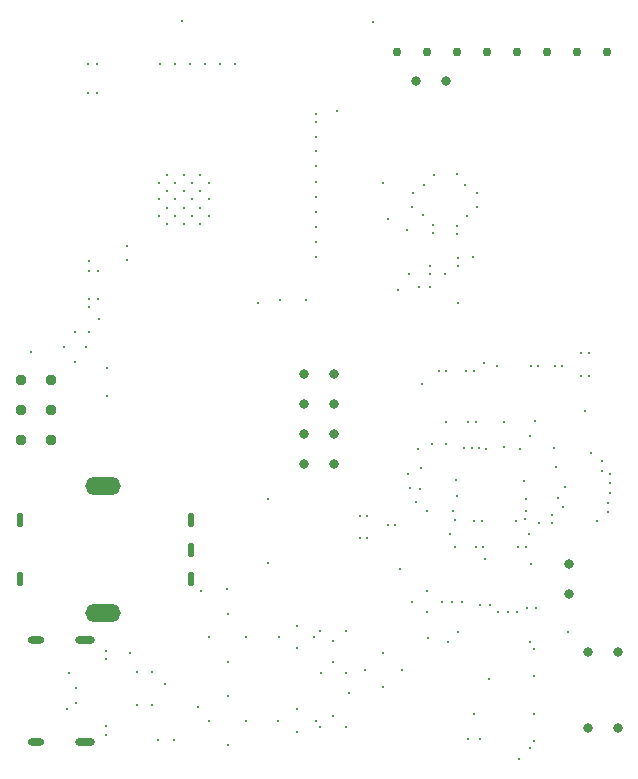
<source format=gbr>
%TF.GenerationSoftware,Altium Limited,Altium Designer,20.1.8 (145)*%
G04 Layer_Color=0*
%FSLAX45Y45*%
%MOMM*%
%TF.SameCoordinates,C5ED230C-B98B-42D8-9333-440794D2D960*%
%TF.FilePolarity,Positive*%
%TF.FileFunction,Plated,1,4,PTH,Drill*%
%TF.Part,Single*%
G01*
G75*
%TA.AperFunction,ComponentDrill*%
%ADD97O,1.70000X0.60000*%
%ADD98O,1.40000X0.60000*%
%ADD99C,0.80000*%
%ADD100C,0.80000*%
%ADD101C,0.30000*%
%ADD102C,0.95000*%
%ADD103O,3.00000X1.50000*%
%ADD104O,0.50000X1.25000*%
%ADD105C,0.76200*%
%TA.AperFunction,ViaDrill,NotFilled*%
%ADD106C,0.30000*%
D97*
X686001Y1188286D02*
D03*
Y324279D02*
D03*
D98*
X267993Y1188286D02*
D03*
Y324279D02*
D03*
D99*
X2538094Y3433784D02*
D03*
Y3179784D02*
D03*
X2794000D02*
D03*
X4945380Y436880D02*
D03*
X5199380D02*
D03*
X4945382Y1084580D02*
D03*
X5199382D02*
D03*
X4780309Y1576652D02*
D03*
Y1830652D02*
D03*
X2538094Y2925784D02*
D03*
D100*
X2794000Y3433784D02*
D03*
Y2671784D02*
D03*
Y2925784D02*
D03*
X2538094Y2671784D02*
D03*
X3746500Y5913500D02*
D03*
X3492500D02*
D03*
D101*
X1452280Y5054720D02*
D03*
X1592280D02*
D03*
Y4774720D02*
D03*
X1452280D02*
D03*
X1662280Y4704720D02*
D03*
X1522280D02*
D03*
X1382280D02*
D03*
X1732280Y5054720D02*
D03*
Y4914720D02*
D03*
Y4774720D02*
D03*
X1382280Y5124720D02*
D03*
X1662280D02*
D03*
X1522280D02*
D03*
X1312280Y5054720D02*
D03*
Y4774720D02*
D03*
Y4914720D02*
D03*
X1662280Y4984720D02*
D03*
Y4844720D02*
D03*
X1522280Y4984720D02*
D03*
Y4844720D02*
D03*
X1382280Y4984720D02*
D03*
Y4844720D02*
D03*
X1592280Y4914720D02*
D03*
X1452280D02*
D03*
D102*
X397000Y2876000D02*
D03*
Y3130000D02*
D03*
Y3384000D02*
D03*
X143000D02*
D03*
Y3130000D02*
D03*
Y2876000D02*
D03*
D103*
X838200Y1410680D02*
D03*
Y2485680D02*
D03*
D104*
X138200Y2198180D02*
D03*
Y1698180D02*
D03*
X1588200Y1948180D02*
D03*
Y2198180D02*
D03*
Y1698180D02*
D03*
D105*
X5103001Y6162500D02*
D03*
X4849001D02*
D03*
X4595001D02*
D03*
X4341001D02*
D03*
X4087001D02*
D03*
X3833001D02*
D03*
X3579001D02*
D03*
X3325001D02*
D03*
D106*
X1672384Y1600542D02*
D03*
X1889426Y1615164D02*
D03*
X1894121Y1001004D02*
D03*
X2150187Y4038600D02*
D03*
X875473Y3250046D02*
D03*
Y3484572D02*
D03*
X4107420Y853693D02*
D03*
X3537876Y3354479D02*
D03*
X4487850Y876720D02*
D03*
X4364420Y179321D02*
D03*
X4032731Y349582D02*
D03*
X3590575Y1201400D02*
D03*
X3755777Y1165873D02*
D03*
X2822500Y5665000D02*
D03*
X3741001Y3026680D02*
D03*
X3847502Y4038506D02*
D03*
X3974534Y4428893D02*
D03*
X4451160Y1163727D02*
D03*
X3368202Y933257D02*
D03*
X3832814Y2400548D02*
D03*
X3829164Y2534685D02*
D03*
X4402367Y2533937D02*
D03*
X4369294Y2798552D02*
D03*
X4653242Y2806841D02*
D03*
X4451322Y2914311D02*
D03*
X4493718Y3035630D02*
D03*
X3355652Y1785575D02*
D03*
X1040000Y4520000D02*
D03*
X2919600Y731201D02*
D03*
X720294Y4390157D02*
D03*
X4736225Y2308222D02*
D03*
X3733800Y4280000D02*
D03*
X538178Y598941D02*
D03*
X552930Y904130D02*
D03*
X1360390Y810301D02*
D03*
X2339340Y4064380D02*
D03*
X609600Y646529D02*
D03*
X3312398Y2159651D02*
D03*
X3248894Y2161057D02*
D03*
X3076243Y2237400D02*
D03*
X3012743D02*
D03*
X3076243Y2050000D02*
D03*
X3012743D02*
D03*
X3209177Y5052634D02*
D03*
X4006953Y4966894D02*
D03*
X3905983Y5037404D02*
D03*
X4009475Y4850025D02*
D03*
X3916557Y4775666D02*
D03*
X2237841Y2379538D02*
D03*
X2237740Y1838960D02*
D03*
X2788001Y537980D02*
D03*
X2675741Y446440D02*
D03*
X2899261D02*
D03*
X2787228Y994217D02*
D03*
X2681540Y906427D02*
D03*
X2895526Y907589D02*
D03*
X2680069Y1263457D02*
D03*
X2895184Y1263482D02*
D03*
X2787488Y1174789D02*
D03*
X2479121Y596500D02*
D03*
Y406000D02*
D03*
X2316621Y501200D02*
D03*
X2641181D02*
D03*
X2627903Y1209894D02*
D03*
X2331378Y1209089D02*
D03*
X2478624Y1117820D02*
D03*
X2479121Y1303400D02*
D03*
X4172640Y3506559D02*
D03*
X4889081Y3422859D02*
D03*
X4952581D02*
D03*
X4889081Y3610259D02*
D03*
X4952581D02*
D03*
X4663021Y3500499D02*
D03*
X4726521D02*
D03*
X4459821D02*
D03*
X4523321D02*
D03*
X3914339Y3458677D02*
D03*
X3977839D02*
D03*
X3746699D02*
D03*
X3683199D02*
D03*
X4922101Y3124519D02*
D03*
X3212802Y1076863D02*
D03*
X3434712Y2470424D02*
D03*
X3417571Y2586493D02*
D03*
X3583521Y1422990D02*
D03*
Y1594851D02*
D03*
X3519285Y2464060D02*
D03*
X3527811Y2637203D02*
D03*
X3621973Y2845215D02*
D03*
X3504199Y2801584D02*
D03*
X3821061Y1974260D02*
D03*
Y2202282D02*
D03*
X3746112Y2846377D02*
D03*
X3996471Y1968602D02*
D03*
X3979161Y2193700D02*
D03*
X4044401D02*
D03*
X3963071Y2811160D02*
D03*
X4024081D02*
D03*
X3995251Y3032320D02*
D03*
X3931701D02*
D03*
X4487850Y557443D02*
D03*
X3980419Y557533D02*
D03*
X4186781Y1417349D02*
D03*
X4236781Y2815080D02*
D03*
Y3032320D02*
D03*
X4347741Y1417349D02*
D03*
X4428221Y1452269D02*
D03*
X4350567Y1970975D02*
D03*
X4421781D02*
D03*
X4334241Y2193700D02*
D03*
X4408479Y2211833D02*
D03*
X4424321Y2378700D02*
D03*
X4642701Y2238940D02*
D03*
X4531781Y2173700D02*
D03*
X4642701D02*
D03*
X3840420Y1249138D02*
D03*
X5021261Y2189952D02*
D03*
X5059572Y2616331D02*
D03*
X4968401Y2763780D02*
D03*
X5129572Y2429810D02*
D03*
Y2590770D02*
D03*
X3055932Y932372D02*
D03*
X3212477Y787579D02*
D03*
X3581781Y2278700D02*
D03*
X4452020Y266921D02*
D03*
X3795341Y1507350D02*
D03*
X3712632Y1508920D02*
D03*
X3776405Y2083215D02*
D03*
X3801781Y2278700D02*
D03*
X4033440Y1477350D02*
D03*
X4421781Y2280290D02*
D03*
X4443414Y2082061D02*
D03*
X4752294Y2478700D02*
D03*
X5059572Y2696811D02*
D03*
X5129572Y2510290D02*
D03*
X4487533Y331802D02*
D03*
X3927847Y349582D02*
D03*
X4074879Y1865887D02*
D03*
X4060211Y1968602D02*
D03*
X3489292Y2353832D02*
D03*
X3899520Y2811160D02*
D03*
X4085091Y2801160D02*
D03*
X4488420Y1112082D02*
D03*
X4267261Y1417349D02*
D03*
X4508701Y1452269D02*
D03*
X4463001Y1830652D02*
D03*
X4694181Y2387761D02*
D03*
X4675541Y2648700D02*
D03*
X5114811Y2263770D02*
D03*
Y2344250D02*
D03*
X3875821Y1507350D02*
D03*
X3454410Y1508920D02*
D03*
X4113921Y1477350D02*
D03*
X4066567Y3531400D02*
D03*
X4779102Y1248140D02*
D03*
X3606821Y4348460D02*
D03*
X3429340Y4280000D02*
D03*
X3606821Y4168865D02*
D03*
Y4280000D02*
D03*
X3514420Y4168865D02*
D03*
X3412876Y4655706D02*
D03*
X3250809Y4749510D02*
D03*
X3123800Y6418864D02*
D03*
X1506880Y6428864D02*
D03*
X1319080Y6058585D02*
D03*
X1954080D02*
D03*
X1827080D02*
D03*
X1700080D02*
D03*
X1573080D02*
D03*
X1446080D02*
D03*
X230000Y3625859D02*
D03*
X710280Y6060000D02*
D03*
X790280D02*
D03*
Y5819440D02*
D03*
X710280D02*
D03*
X719820Y3792960D02*
D03*
X720440Y4069440D02*
D03*
X800440D02*
D03*
X800280Y4310000D02*
D03*
X604980Y3540000D02*
D03*
X692480Y3662520D02*
D03*
X512700D02*
D03*
X804900Y3897730D02*
D03*
X604980Y3790000D02*
D03*
X719820Y4000000D02*
D03*
X720280Y4310000D02*
D03*
X2555240Y4058920D02*
D03*
X1040000Y4400160D02*
D03*
X3339180Y4148996D02*
D03*
X2645145Y5570000D02*
D03*
Y4427340D02*
D03*
Y4554340D02*
D03*
Y4681340D02*
D03*
Y4808340D02*
D03*
X3833578Y5126073D02*
D03*
X2645145Y5633417D02*
D03*
Y5443340D02*
D03*
Y5321420D02*
D03*
X3547621Y4780980D02*
D03*
X3457268Y4851160D02*
D03*
X3462348Y4965760D02*
D03*
X3552683Y5035760D02*
D03*
X3639809Y5118460D02*
D03*
X3840480Y4348460D02*
D03*
Y4418460D02*
D03*
X3835400Y4620840D02*
D03*
Y4690840D02*
D03*
X3632189Y4631000D02*
D03*
Y4698460D02*
D03*
X2050461Y501200D02*
D03*
X1737781D02*
D03*
Y1208100D02*
D03*
X2050461D02*
D03*
X1893368Y1405990D02*
D03*
X1894121Y713420D02*
D03*
Y294060D02*
D03*
X1640840Y614296D02*
D03*
X2645145Y4935340D02*
D03*
Y5064880D02*
D03*
Y5194420D02*
D03*
X1437640Y341293D02*
D03*
X1305560D02*
D03*
X1257300Y636289D02*
D03*
X1125220D02*
D03*
Y917240D02*
D03*
X1257300D02*
D03*
X609600Y781276D02*
D03*
X1069340Y1070180D02*
D03*
X866140Y1093998D02*
D03*
Y1022878D02*
D03*
Y382900D02*
D03*
Y454020D02*
D03*
%TF.MD5,2ba09cb2a21817d36f062e03c2f04f22*%
M02*

</source>
